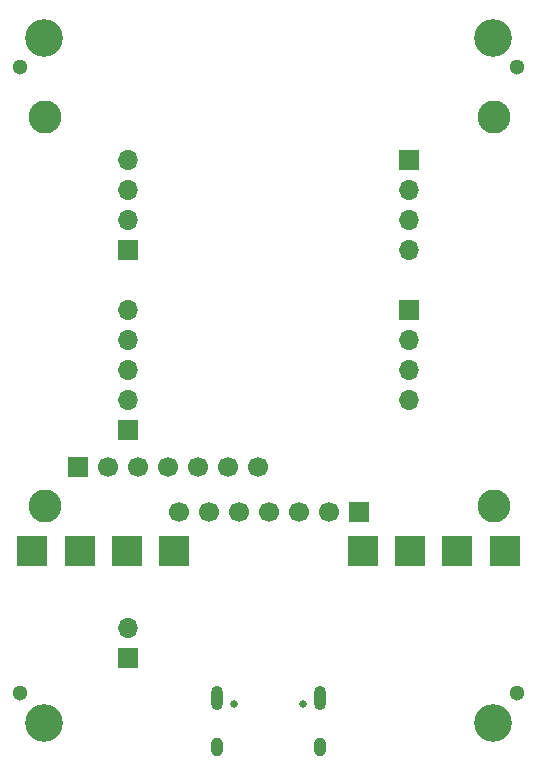
<source format=gbr>
%TF.GenerationSoftware,KiCad,Pcbnew,(5.1.7-0-10_14)*%
%TF.CreationDate,2020-10-15T21:04:02+02:00*%
%TF.ProjectId,Co2-Sensor,436f322d-5365-46e7-936f-722e6b696361,rev?*%
%TF.SameCoordinates,Original*%
%TF.FileFunction,Soldermask,Bot*%
%TF.FilePolarity,Negative*%
%FSLAX46Y46*%
G04 Gerber Fmt 4.6, Leading zero omitted, Abs format (unit mm)*
G04 Created by KiCad (PCBNEW (5.1.7-0-10_14)) date 2020-10-15 21:04:02*
%MOMM*%
%LPD*%
G01*
G04 APERTURE LIST*
%ADD10C,1.300000*%
%ADD11C,1.700000*%
%ADD12C,2.800000*%
%ADD13R,1.700000X1.700000*%
%ADD14R,2.500000X2.500000*%
%ADD15C,0.650000*%
%ADD16O,1.000000X1.600000*%
%ADD17O,1.000000X2.100000*%
%ADD18O,1.700000X1.700000*%
%ADD19C,3.200000*%
G04 APERTURE END LIST*
D10*
%TO.C,REF\u002A\u002A*%
X171000000Y-128000000D03*
%TD*%
%TO.C,REF\u002A\u002A*%
X129000000Y-128000000D03*
%TD*%
%TO.C,REF\u002A\u002A*%
X129000000Y-75000000D03*
%TD*%
%TO.C,REF\u002A\u002A*%
X171000000Y-75000000D03*
%TD*%
D11*
%TO.C,J1*%
X142380000Y-112700000D03*
X144920000Y-112700000D03*
X147460000Y-112700000D03*
D12*
X131100000Y-79200000D03*
X169100000Y-79200000D03*
X131100000Y-112200000D03*
X169100000Y-112200000D03*
D11*
X150000000Y-112700000D03*
X152540000Y-112700000D03*
X155080000Y-112700000D03*
D13*
X157620000Y-112700000D03*
%TD*%
D14*
%TO.C,TP8*%
X158000000Y-116000000D03*
%TD*%
%TO.C,TP7*%
X142000000Y-116000000D03*
%TD*%
%TO.C,TP6*%
X166000000Y-116000000D03*
%TD*%
%TO.C,TP5*%
X162000000Y-116000000D03*
%TD*%
%TO.C,TP4*%
X138000000Y-116000000D03*
%TD*%
%TO.C,TP3*%
X134000000Y-116000000D03*
%TD*%
%TO.C,TP2*%
X170000000Y-116000000D03*
%TD*%
%TO.C,TP1*%
X130000000Y-116000000D03*
%TD*%
D11*
%TO.C,J2*%
X149140000Y-108890000D03*
X146600000Y-108890000D03*
X144060000Y-108890000D03*
X141520000Y-108890000D03*
X138980000Y-108890000D03*
X136440000Y-108890000D03*
D13*
X133900000Y-108890000D03*
%TD*%
D15*
%TO.C,J5*%
X147110000Y-128895000D03*
X152890000Y-128895000D03*
D16*
X154320000Y-132575000D03*
X145680000Y-132575000D03*
D17*
X154320000Y-128395000D03*
X145680000Y-128395000D03*
%TD*%
D18*
%TO.C,J4*%
X138070000Y-122460000D03*
D13*
X138070000Y-125000000D03*
%TD*%
D19*
%TO.C,REF\u002A\u002A*%
X169000000Y-130500000D03*
%TD*%
%TO.C,REF\u002A\u002A*%
X131000000Y-130500000D03*
%TD*%
%TO.C,REF\u002A\u002A*%
X131000000Y-72500000D03*
%TD*%
%TO.C,REF\u002A\u002A*%
X169000000Y-72500000D03*
%TD*%
D18*
%TO.C,J8*%
X138070000Y-82855000D03*
X138070000Y-85395000D03*
X138070000Y-87935000D03*
D13*
X138070000Y-90475000D03*
%TD*%
D18*
%TO.C,J7*%
X138070000Y-95555000D03*
X138070000Y-98095000D03*
X138070000Y-100635000D03*
X138070000Y-103175000D03*
D13*
X138070000Y-105715000D03*
%TD*%
D18*
%TO.C,J6*%
X161930000Y-103175000D03*
X161930000Y-100635000D03*
X161930000Y-98095000D03*
D13*
X161930000Y-95555000D03*
%TD*%
D18*
%TO.C,J3*%
X161930000Y-90475000D03*
X161930000Y-87935000D03*
X161930000Y-85395000D03*
D13*
X161930000Y-82855000D03*
%TD*%
M02*

</source>
